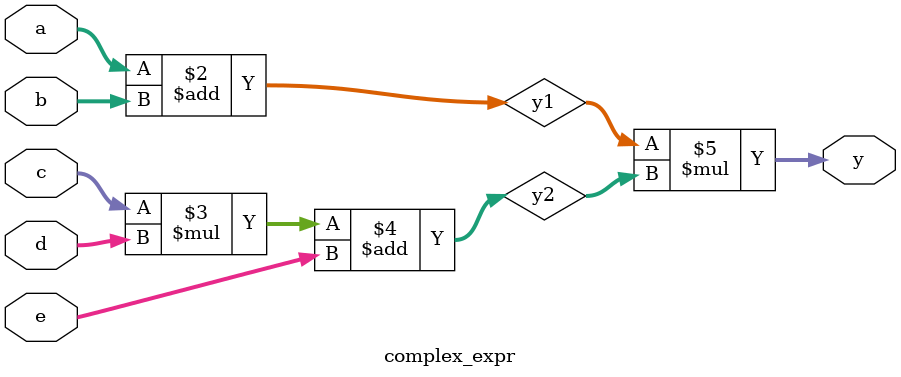
<source format=v>
`timescale 1ns / 1ps

module complex_expr(
    input [7:0] a,
    input [7:0] b,
    input [7:0] c,
    input [7:0] d,
    input [7:0] e,
    output reg [15:0] y
    );
    
    reg [8:0] y1;  // 9 bits to handle a+b overflow
    reg [15:0] y2; // 16 bits to handle c*d+e overflow
    
    // A complex expression described by multiple assignments,
    // which are executed sequentially
    always @(a or b or c or d or e) begin
        y1 = a + b;
        y2 = c * d + e;
        y = y1 * y2;
    end
    
endmodule

</source>
